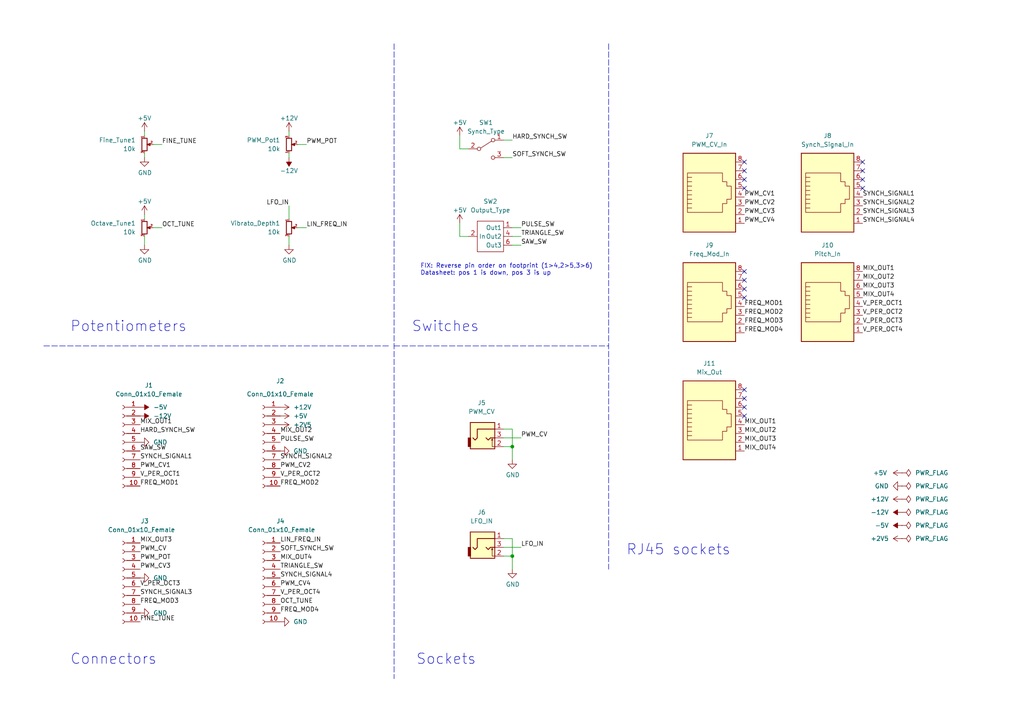
<source format=kicad_sch>
(kicad_sch (version 20211123) (generator eeschema)
  (paper "A4")
  (title_block (title "Quadraphone Controls") (rev "1.0") (company "Mountjoy Modular"))
  (lib_symbols
    (symbol "Connector:Conn_01x10_Female" (pin_names (offset 1.016) hide)
      (property "Reference" "J" (at 0 12.7 0))
      (property "Value" "Conn_01x10_Female" (at 0 -15.24 0))
      (symbol "Conn_01x10_Female_1_1"
        (arc (start 0 -12.192) (mid -0.508 -12.7) (end 0 -13.208) (stroke (width 0.1524)))
        (arc (start 0 -9.652) (mid -0.508 -10.16) (end 0 -10.668) (stroke (width 0.1524)))
        (arc (start 0 -7.112) (mid -0.508 -7.62) (end 0 -8.128) (stroke (width 0.1524)))
        (arc (start 0 -4.572) (mid -0.508 -5.08) (end 0 -5.588) (stroke (width 0.1524)))
        (arc (start 0 -2.032) (mid -0.508 -2.54) (end 0 -3.048) (stroke (width 0.1524)))
        (polyline (pts (xy -1.27 -12.7) (xy -0.508 -12.7)) (stroke (width 0.1524)))
        (polyline (pts (xy -1.27 -10.16) (xy -0.508 -10.16)) (stroke (width 0.1524)))
        (polyline (pts (xy -1.27 -7.62) (xy -0.508 -7.62)) (stroke (width 0.1524)))
        (polyline (pts (xy -1.27 -5.08) (xy -0.508 -5.08)) (stroke (width 0.1524)))
        (polyline (pts (xy -1.27 -2.54) (xy -0.508 -2.54)) (stroke (width 0.1524)))
        (polyline (pts (xy -1.27 0) (xy -0.508 0)) (stroke (width 0.1524)))
        (polyline (pts (xy -1.27 2.54) (xy -0.508 2.54)) (stroke (width 0.1524)))
        (polyline (pts (xy -1.27 5.08) (xy -0.508 5.08)) (stroke (width 0.1524)))
        (polyline (pts (xy -1.27 7.62) (xy -0.508 7.62)) (stroke (width 0.1524)))
        (polyline (pts (xy -1.27 10.16) (xy -0.508 10.16)) (stroke (width 0.1524)))
        (arc (start 0 0.508) (mid -0.508 0) (end 0 -0.508) (stroke (width 0.1524)))
        (arc (start 0 3.048) (mid -0.508 2.54) (end 0 2.032) (stroke (width 0.1524)))
        (arc (start 0 5.588) (mid -0.508 5.08) (end 0 4.572) (stroke (width 0.1524)))
        (arc (start 0 8.128) (mid -0.508 7.62) (end 0 7.112) (stroke (width 0.1524)))
        (arc (start 0 10.668) (mid -0.508 10.16) (end 0 9.652) (stroke (width 0.1524)))
        (pin passive line (at -5.08 10.16 0) (length 3.81) (name "Pin_1") (number "1"))
        (pin passive line (at -5.08 -12.7 0) (length 3.81) (name "Pin_10") (number "10"))
        (pin passive line (at -5.08 7.62 0) (length 3.81) (name "Pin_2") (number "2"))
        (pin passive line (at -5.08 5.08 0) (length 3.81) (name "Pin_3") (number "3"))
        (pin passive line (at -5.08 2.54 0) (length 3.81) (name "Pin_4") (number "4"))
        (pin passive line (at -5.08 0 0) (length 3.81) (name "Pin_5") (number "5"))
        (pin passive line (at -5.08 -2.54 0) (length 3.81) (name "Pin_6") (number "6"))
        (pin passive line (at -5.08 -5.08 0) (length 3.81) (name "Pin_7") (number "7"))
        (pin passive line (at -5.08 -7.62 0) (length 3.81) (name "Pin_8") (number "8"))
        (pin passive line (at -5.08 -10.16 0) (length 3.81) (name "Pin_9") (number "9"))
      )
    )
    (symbol "Connector:RJ45" (pin_names (offset 1.016))
      (property "Reference" "J" (at -5.08 13.97 0))
      (property "Value" "RJ45" (at 2.54 13.97 0))
      (symbol "RJ45_0_1"
        (polyline (pts (xy -5.08 4.445) (xy -6.35 4.445)))
        (polyline (pts (xy -5.08 5.715) (xy -6.35 5.715)))
        (polyline (pts (xy -6.35 -3.175) (xy -5.08 -3.175) (xy -5.08 -3.175)))
        (polyline (pts (xy -6.35 -1.905) (xy -5.08 -1.905) (xy -5.08 -1.905)))
        (polyline (pts (xy -6.35 -0.635) (xy -5.08 -0.635) (xy -5.08 -0.635)))
        (polyline (pts (xy -6.35 0.635) (xy -5.08 0.635) (xy -5.08 0.635)))
        (polyline (pts (xy -6.35 1.905) (xy -5.08 1.905) (xy -5.08 1.905)))
        (polyline (pts (xy -5.08 3.175) (xy -6.35 3.175) (xy -6.35 3.175)))
        (polyline (pts (xy -6.35 -4.445) (xy -6.35 6.985) (xy 3.81 6.985) (xy 3.81 4.445) (xy 5.08 4.445) (xy 5.08 3.175) (xy 6.35 3.175) (xy 6.35 -0.635) (xy 5.08 -0.635) (xy 5.08 -1.905) (xy 3.81 -1.905) (xy 3.81 -4.445) (xy -6.35 -4.445) (xy -6.35 -4.445)))
        (rectangle (start 7.62 12.7) (end -7.62 -10.16) (stroke (width 0.254)) (fill (type background)))
      )
      (symbol "RJ45_1_1"
        (pin passive line (at 10.16 -7.62 180) (length 2.54) (name "~") (number "1"))
        (pin passive line (at 10.16 -5.08 180) (length 2.54) (name "~") (number "2"))
        (pin passive line (at 10.16 -2.54 180) (length 2.54) (name "~") (number "3"))
        (pin passive line (at 10.16 0 180) (length 2.54) (name "~") (number "4"))
        (pin passive line (at 10.16 2.54 180) (length 2.54) (name "~") (number "5"))
        (pin passive line (at 10.16 5.08 180) (length 2.54) (name "~") (number "6"))
        (pin passive line (at 10.16 7.62 180) (length 2.54) (name "~") (number "7"))
        (pin passive line (at 10.16 10.16 180) (length 2.54) (name "~") (number "8"))
      )
    )
    (symbol "Custom_Audio:DPDT_Switch"
      (property "Reference" "U" (at 0 5.08 0))
      (property "Value" "DPDT_Switch" (at 0 -6.985 0))
      (symbol "DPDT_Switch_0_1"
        (rectangle (start -3.81 3.175) (end 3.81 -5.715))
      )
      (symbol "DPDT_Switch_1_1"
        (pin bidirectional line (at 6.35 1.27 180) (length 2.54) (name "Out1") (number "1"))
        (pin bidirectional line (at -6.35 -1.27 0) (length 2.54) (name "In") (number "2"))
        (pin bidirectional line (at -6.985 -4.445 0) (length 2.54) hide (name "Pin3") (number "3"))
        (pin bidirectional line (at 6.35 -1.27 180) (length 2.54) (name "Out2") (number "4"))
        (pin bidirectional line (at -6.985 -4.445 0) (length 2.54) hide (name "Pin5") (number "5"))
        (pin bidirectional line (at 6.35 -3.81 180) (length 2.54) (name "Out3") (number "6"))
      )
    )
    (symbol "Device:R_Potentiometer_Small" (pin_names (offset 1.016) hide)
      (property "Reference" "RV" (at -4.445 0 90))
      (property "Value" "R_Potentiometer_Small" (at -2.54 0 90))
      (symbol "R_Potentiometer_Small_0_1"
        (polyline (pts (xy 0.889 0) (xy 0.635 0) (xy 1.651 0.381) (xy 1.651 -0.381) (xy 0.635 0) (xy 0.889 0)) (fill (type outline)))
        (rectangle (start 0.762 1.8034) (end -0.762 -1.8034) (stroke (width 0.254)))
      )
      (symbol "R_Potentiometer_Small_1_1"
        (pin passive line (at 0 2.54 270) (length 0.635) (name "1") (number "1"))
        (pin passive line (at 2.54 0 180) (length 0.9906) (name "2") (number "2"))
        (pin passive line (at 0 -2.54 90) (length 0.635) (name "3") (number "3"))
      )
    )
    (symbol "Switch:SW_SPDT" (pin_names (offset 0) hide)
      (property "Reference" "SW" (at 0 4.318 0))
      (property "Value" "SW_SPDT" (at 0 -5.08 0))
      (symbol "SW_SPDT_0_0"
        (circle (center -2.032 0) (radius 0.508))
        (circle (center 2.032 -2.54) (radius 0.508))
      )
      (symbol "SW_SPDT_0_1"
        (polyline (pts (xy -1.524 0.254) (xy 1.651 2.286)))
        (circle (center 2.032 2.54) (radius 0.508))
      )
      (symbol "SW_SPDT_1_1"
        (pin passive line (at 5.08 2.54 180) (length 2.54) (name "A") (number "1"))
        (pin passive line (at -5.08 0 0) (length 2.54) (name "B") (number "2"))
        (pin passive line (at 5.08 -2.54 180) (length 2.54) (name "C") (number "3"))
      )
    )
    (symbol "power:+12V" (power) (pin_names (offset 0))
      (property "Value" "+12V" (at 0 3.556 0))
      (symbol "+12V_0_1"
        (polyline (pts (xy -0.762 1.27) (xy 0 2.54)))
        (polyline (pts (xy 0 0) (xy 0 2.54)))
        (polyline (pts (xy 0 2.54) (xy 0.762 1.27)))
      )
      (symbol "+12V_1_1"
        (pin power_in line (at 0 0 90) (length 0) hide (name "+12V") (number "1"))
      )
    )
    (symbol "power:+2V5" (power) (pin_names (offset 0))
      (property "Value" "+2V5" (at 0 3.556 0))
      (symbol "+2V5_0_1"
        (polyline (pts (xy -0.762 1.27) (xy 0 2.54)))
        (polyline (pts (xy 0 0) (xy 0 2.54)))
        (polyline (pts (xy 0 2.54) (xy 0.762 1.27)))
      )
      (symbol "+2V5_1_1"
        (pin power_in line (at 0 0 90) (length 0) hide (name "+2V5") (number "1"))
      )
    )
    (symbol "power:+5V" (power) (pin_names (offset 0))
      (property "Value" "+5V" (at 0 3.556 0))
      (symbol "+5V_0_1"
        (polyline (pts (xy -0.762 1.27) (xy 0 2.54)))
        (polyline (pts (xy 0 0) (xy 0 2.54)))
        (polyline (pts (xy 0 2.54) (xy 0.762 1.27)))
      )
      (symbol "+5V_1_1"
        (pin power_in line (at 0 0 90) (length 0) hide (name "+5V") (number "1"))
      )
    )
    (symbol "power:-12V" (power) (pin_names (offset 0))
      (property "Value" "-12V" (at 0 3.81 0))
      (symbol "-12V_0_0"
        (pin power_in line (at 0 0 90) (length 0) hide (name "-12V") (number "1"))
      )
      (symbol "-12V_0_1"
        (polyline (pts (xy 0 0) (xy 0 1.27) (xy 0.762 1.27) (xy 0 2.54) (xy -0.762 1.27) (xy 0 1.27)) (fill (type outline)))
      )
    )
    (symbol "power:-5V" (power) (pin_names (offset 0))
      (property "Value" "-5V" (at 0 3.81 0))
      (symbol "-5V_0_0"
        (pin power_in line (at 0 0 90) (length 0) hide (name "-5V") (number "1"))
      )
      (symbol "-5V_0_1"
        (polyline (pts (xy 0 0) (xy 0 1.27) (xy 0.762 1.27) (xy 0 2.54) (xy -0.762 1.27) (xy 0 1.27)) (fill (type outline)))
      )
    )
    (symbol "power:GND" (power) (pin_names (offset 0))
      (property "Value" "GND" (at 0 -3.81 0))
      (symbol "GND_0_1"
        (polyline (pts (xy 0 0) (xy 0 -1.27) (xy 1.27 -1.27) (xy 0 -2.54) (xy -1.27 -1.27) (xy 0 -1.27)))
      )
      (symbol "GND_1_1"
        (pin power_in line (at 0 0 270) (length 0) hide (name "GND") (number "1"))
      )
    )
    (symbol "power:PWR_FLAG" (power) (pin_numbers hide) (pin_names (offset 0) hide)
      (property "Value" "PWR_FLAG" (at 0 3.81 0))
      (symbol "PWR_FLAG_0_0"
        (pin power_out line (at 0 0 90) (length 0) (name "pwr") (number "1"))
      )
      (symbol "PWR_FLAG_0_1"
        (polyline (pts (xy 0 0) (xy 0 1.27) (xy -1.016 1.905) (xy 0 2.54) (xy 1.016 1.905) (xy 0 1.27)))
      )
    )
    (symbol "thonkiconn:AudioJack2_Ground_Switch" (pin_names (offset 1.016))
      (property "Reference" "J" (at 0 8.89 0))
      (property "Value" "AudioJack2_Ground_Switch" (at 0 6.35 0))
      (symbol "AudioJack2_Ground_Switch_0_1"
        (rectangle (start -4.445 -2.54) (end -5.207 0) (fill (type outline)))
        (polyline (pts (xy 1.778 -0.254) (xy 2.032 -0.762)))
        (polyline (pts (xy 0 0) (xy 0.635 -0.635) (xy 1.27 0) (xy 2.54 0)) (stroke (width 0.254)))
        (polyline (pts (xy 2.54 -2.54) (xy 1.778 -2.54) (xy 1.778 -0.254) (xy 1.524 -0.762)))
        (polyline (pts (xy 2.54 2.54) (xy -2.54 2.54) (xy -2.54 0) (xy -3.175 -0.635) (xy -3.81 0)) (stroke (width 0.254)))
        (rectangle (start 2.54 -3.175) (end -4.572 4.445) (stroke (width 0.254)) (fill (type background)))
      )
      (symbol "AudioJack2_Ground_Switch_1_1"
        (pin passive line (at 5.08 2.54 180) (length 2.54) (name "~") (number "1"))
        (pin passive line (at 5.08 -2.54 180) (length 2.54) (name "~") (number "2"))
        (pin passive line (at 5.08 0 180) (length 2.54) (name "~") (number "3"))
      )
    )
  )
  (junction (at 148.59 129.54))
  (junction (at 148.59 161.29))
  (no_connect (at 215.9 78.74))
  (no_connect (at 215.9 46.99))
  (no_connect (at 215.9 54.61))
  (no_connect (at 250.19 52.07))
  (no_connect (at 215.9 118.11))
  (no_connect (at 215.9 113.03))
  (no_connect (at 215.9 83.82))
  (no_connect (at 250.19 49.53))
  (no_connect (at 215.9 81.28))
  (no_connect (at 215.9 115.57))
  (no_connect (at 215.9 86.36))
  (no_connect (at 250.19 54.61))
  (no_connect (at 215.9 49.53))
  (no_connect (at 215.9 120.65))
  (no_connect (at 250.19 46.99))
  (no_connect (at 215.9 52.07))
  (wire (pts (xy 133.35 39.37) (xy 133.35 43.18)))
  (wire (pts (xy 41.91 71.12) (xy 41.91 68.58)))
  (wire (pts (xy 146.05 129.54) (xy 148.59 129.54)))
  (wire (pts (xy 83.82 38.1) (xy 83.82 39.37)))
  (wire (pts (xy 133.35 68.58) (xy 135.89 68.58)))
  (wire (pts (xy 146.05 124.46) (xy 148.59 124.46)))
  (wire (pts (xy 148.59 129.54) (xy 148.59 133.35)))
  (wire (pts (xy 44.45 41.91) (xy 46.99 41.91)))
  (wire (pts (xy 148.59 68.58) (xy 151.13 68.58)))
  (polyline (pts (xy 114.3 100.33) (xy 176.53 100.33)))
  (wire (pts (xy 41.91 62.23) (xy 41.91 63.5)))
  (wire (pts (xy 83.82 68.58) (xy 83.82 71.12)))
  (wire (pts (xy 146.05 45.72) (xy 148.59 45.72)))
  (wire (pts (xy 133.35 64.77) (xy 133.35 68.58)))
  (wire (pts (xy 146.05 156.21) (xy 148.59 156.21)))
  (wire (pts (xy 86.36 41.91) (xy 88.9 41.91)))
  (wire (pts (xy 83.82 44.45) (xy 83.82 45.72)))
  (wire (pts (xy 86.36 66.04) (xy 88.9 66.04)))
  (wire (pts (xy 146.05 161.29) (xy 148.59 161.29)))
  (wire (pts (xy 146.05 40.64) (xy 148.59 40.64)))
  (wire (pts (xy 146.05 127) (xy 151.13 127)))
  (wire (pts (xy 44.45 66.04) (xy 46.99 66.04)))
  (wire (pts (xy 148.59 124.46) (xy 148.59 129.54)))
  (wire (pts (xy 148.59 156.21) (xy 148.59 161.29)))
  (wire (pts (xy 146.05 158.75) (xy 151.13 158.75)))
  (wire (pts (xy 148.59 71.12) (xy 151.13 71.12)))
  (wire (pts (xy 83.82 59.69) (xy 83.82 63.5)))
  (wire (pts (xy 148.59 161.29) (xy 148.59 165.1)))
  (wire (pts (xy 41.91 45.72) (xy 41.91 44.45)))
  (polyline (pts (xy 12.7 100.33) (xy 113.03 100.33)))
  (wire (pts (xy 148.59 66.04) (xy 151.13 66.04)))
  (polyline (pts (xy 176.53 12.7) (xy 176.53 165.1)))
  (wire (pts (xy 41.91 38.1) (xy 41.91 39.37)))
  (wire (pts (xy 133.35 43.18) (xy 135.89 43.18)))
  (polyline (pts (xy 114.3 12.7) (xy 114.3 196.85)))
  (text "Connectors" (at 20.32 193.04 0) (effects (font (size 3 3)) (justify left bottom)))
  (text "FIX: Reverse pin order on footprint (1>4,2>5,3>6)\nDatasheet: pos 1 is down, pos 3 is up" (at 121.92 80.01 0) (effects (font (size 1.27 1.27)) (justify left bottom)))
  (text "Potentiometers" (at 20.32 96.52 0) (effects (font (size 3 3)) (justify left bottom)))
  (text "RJ45 sockets" (at 181.61 161.29 0) (effects (font (size 3 3)) (justify left bottom)))
  (text "Switches" (at 119.38 96.52 0) (effects (font (size 3 3)) (justify left bottom)))
  (text "Sockets" (at 120.65 193.04 0) (effects (font (size 3 3)) (justify left bottom)))
  (label "V_PER_OCT3" (at 40.64 170.18 0))
  (label "LFO_IN" (at 151.13 158.75 0))
  (label "V_PER_OCT1" (at 40.64 138.43 0))
  (label "V_PER_OCT4" (at 250.19 96.52 0))
  (label "FREQ_MOD1" (at 40.64 140.97 0))
  (label "MIX_OUT2" (at 81.28 125.73 0))
  (label "V_PER_OCT2" (at 250.19 91.44 0))
  (label "PWM_POT" (at 40.64 162.56 0))
  (label "MIX_OUT3" (at 215.9 128.27 0))
  (label "MIX_OUT3" (at 250.19 83.82 0))
  (label "V_PER_OCT1" (at 250.19 88.9 0))
  (label "LFO_IN" (at 83.82 59.69 180))
  (label "PWM_CV2" (at 81.28 135.89 0))
  (label "FREQ_MOD3" (at 215.9 93.98 0))
  (label "SYNCH_SIGNAL3" (at 250.19 62.23 0))
  (label "V_PER_OCT4" (at 81.28 172.72 0))
  (label "OCT_TUNE" (at 81.28 175.26 0))
  (label "FREQ_MOD3" (at 40.64 175.26 0))
  (label "MIX_OUT3" (at 40.64 157.48 0))
  (label "PWM_CV2" (at 215.9 59.69 0))
  (label "PULSE_SW" (at 151.13 66.04 0))
  (label "FREQ_MOD1" (at 215.9 88.9 0))
  (label "TRIANGLE_SW" (at 81.28 165.1 0))
  (label "MIX_OUT4" (at 81.28 162.56 0))
  (label "SYNCH_SIGNAL4" (at 81.28 167.64 0))
  (label "MIX_OUT1" (at 250.19 78.74 0))
  (label "PWM_CV1" (at 215.9 57.15 0))
  (label "V_PER_OCT2" (at 81.28 138.43 0))
  (label "PWM_CV4" (at 81.28 170.18 0))
  (label "HARD_SYNCH_SW" (at 40.64 125.73 0))
  (label "MIX_OUT2" (at 215.9 125.73 0))
  (label "PWM_CV" (at 151.13 127 0))
  (label "SYNCH_SIGNAL4" (at 250.19 64.77 0))
  (label "MIX_OUT1" (at 40.64 123.19 0))
  (label "FREQ_MOD2" (at 215.9 91.44 0))
  (label "FREQ_MOD4" (at 215.9 96.52 0))
  (label "SOFT_SYNCH_SW" (at 81.28 160.02 0))
  (label "SAW_SW" (at 40.64 130.81 0))
  (label "FINE_TUNE" (at 40.64 180.34 0))
  (label "MIX_OUT4" (at 250.19 86.36 0))
  (label "SYNCH_SIGNAL2" (at 81.28 133.35 0))
  (label "SYNCH_SIGNAL3" (at 40.64 172.72 0))
  (label "MIX_OUT4" (at 215.9 130.81 0))
  (label "PWM_CV" (at 40.64 160.02 0))
  (label "LIN_FREQ_IN" (at 88.9 66.04 0))
  (label "HARD_SYNCH_SW" (at 148.59 40.64 0))
  (label "PWM_CV4" (at 215.9 64.77 0))
  (label "PWM_CV3" (at 40.64 165.1 0))
  (label "PWM_POT" (at 88.9 41.91 0))
  (label "SOFT_SYNCH_SW" (at 148.59 45.72 0))
  (label "SYNCH_SIGNAL2" (at 250.19 59.69 0))
  (label "FINE_TUNE" (at 46.99 41.91 0))
  (label "V_PER_OCT3" (at 250.19 93.98 0))
  (label "TRIANGLE_SW" (at 151.13 68.58 0))
  (label "MIX_OUT1" (at 215.9 123.19 0))
  (label "PWM_CV3" (at 215.9 62.23 0))
  (label "PWM_CV1" (at 40.64 135.89 0))
  (label "OCT_TUNE" (at 46.99 66.04 0))
  (label "SAW_SW" (at 151.13 71.12 0))
  (label "LIN_FREQ_IN" (at 81.28 157.48 0))
  (label "SYNCH_SIGNAL1" (at 250.19 57.15 0))
  (label "FREQ_MOD4" (at 81.28 177.8 0))
  (label "FREQ_MOD2" (at 81.28 140.97 0))
  (label "PULSE_SW" (at 81.28 128.27 0))
  (label "SYNCH_SIGNAL1" (at 40.64 133.35 0))
  (label "MIX_OUT2" (at 250.19 81.28 0))
  (symbol (lib_id "Device:R_Potentiometer_Small") (at 41.91 66.04 0) (unit 1)
    (property "Reference" "Octave_Tune1" (at 39.37 64.7699 0) (effects (justify right)))
    (property "Value" "10k" (at 39.37 67.3099 0) (effects (justify right)))
    (property "Footprint" "Custom_Footprints:Alpha_9mm_Potentiometer_Aligned" (effects hide))
  )
  (symbol (lib_id "thonkiconn:AudioJack2_Ground_Switch") (at 140.97 127 0) (unit 1)
    (property "Reference" "J5" (at 139.7 116.84 0))
    (property "Value" "PWM_CV" (at 139.7 119.38 0))
    (property "Footprint" "Custom_Footprints:THONKICONN_hole" (effects hide))
  )
  (symbol (lib_id "power:PWR_FLAG") (at 261.62 156.21 270) (unit 1)
    (property "Reference" "#FLG0106" (effects hide))
    (property "Value" "PWR_FLAG" (at 265.43 156.2099 90) (effects (justify left)))
  )
  (symbol (lib_id "Connector:Conn_01x10_Female") (at 35.56 167.64 0) (mirror y) (unit 1)
    (property "Reference" "J3" (at 43.18 151.13 0) (effects (justify left)))
    (property "Value" "Conn_01x10_Female" (at 50.8 153.67 0) (effects (justify left)))
    (property "Footprint" "Connector_PinSocket_2.54mm:PinSocket_1x10_P2.54mm_Vertical" (effects hide))
  )
  (symbol (lib_id "Connector:RJ45") (at 205.74 88.9 0) (unit 1)
    (property "Reference" "J9" (at 205.74 71.12 0))
    (property "Value" "Freq_Mod_In" (at 205.74 73.66 0))
    (property "Footprint" "Custom_Footprints:RJ45_Molex_42878-8506" (effects hide))
  )
  (symbol (lib_id "power:PWR_FLAG") (at 261.62 140.97 270) (unit 1)
    (property "Reference" "#FLG0102" (effects hide))
    (property "Value" "PWR_FLAG" (at 265.43 140.9699 90) (effects (justify left)))
  )
  (symbol (lib_id "Device:R_Potentiometer_Small") (at 83.82 66.04 0) (unit 1)
    (property "Reference" "Vibrato_Depth1" (at 81.28 64.7699 0) (effects (justify right)))
    (property "Value" "10k" (at 81.28 67.3099 0) (effects (justify right)))
    (property "Footprint" "Custom_Footprints:Alpha_9mm_Potentiometer_Aligned" (effects hide))
  )
  (symbol (lib_id "Connector:Conn_01x10_Female") (at 76.2 128.27 0) (mirror y) (unit 1)
    (property "Reference" "J2" (at 81.28 110.49 0))
    (property "Value" "Conn_01x10_Female" (at 81.28 114.3 0))
    (property "Footprint" "Connector_PinSocket_2.54mm:PinSocket_1x10_P2.54mm_Vertical" (effects hide))
  )
  (symbol (lib_id "power:+12V") (at 83.82 38.1 0) (mirror y) (unit 1)
    (property "Reference" "#PWR017" (effects hide))
    (property "Value" "+12V" (at 83.82 34.29 0))
  )
  (symbol (lib_id "power:PWR_FLAG") (at 261.62 137.16 270) (unit 1)
    (property "Reference" "#FLG0103" (effects hide))
    (property "Value" "PWR_FLAG" (at 265.43 137.1599 90) (effects (justify left)))
  )
  (symbol (lib_id "power:GND") (at 41.91 45.72 0) (unit 1)
    (property "Reference" "#PWR010" (effects hide))
    (property "Value" "GND" (at 42.037 50.1142 0))
  )
  (symbol (lib_id "Connector:Conn_01x10_Female") (at 76.2 167.64 0) (mirror y) (unit 1)
    (property "Reference" "J4" (at 82.55 151.13 0) (effects (justify left)))
    (property "Value" "Conn_01x10_Female" (at 91.44 153.67 0) (effects (justify left)))
    (property "Footprint" "Connector_PinSocket_2.54mm:PinSocket_1x10_P2.54mm_Vertical" (effects hide))
  )
  (symbol (lib_id "power:GND") (at 148.59 165.1 0) (unit 1)
    (property "Reference" "#PWR021" (effects hide))
    (property "Value" "GND" (at 148.717 169.4942 0))
  )
  (symbol (lib_id "power:GND") (at 40.64 167.64 90) (unit 1)
    (property "Reference" "#PWR014" (effects hide))
    (property "Value" "GND" (at 44.45 167.6399 90) (effects (justify right)))
  )
  (symbol (lib_id "power:GND") (at 40.64 177.8 90) (unit 1)
    (property "Reference" "#PWR015" (effects hide))
    (property "Value" "GND" (at 44.45 177.7999 90) (effects (justify right)))
  )
  (symbol (lib_id "power:PWR_FLAG") (at 261.62 152.4 270) (unit 1)
    (property "Reference" "#FLG0105" (effects hide))
    (property "Value" "PWR_FLAG" (at 265.43 152.3999 90) (effects (justify left)))
  )
  (symbol (lib_id "power:GND") (at 40.64 128.27 90) (unit 1)
    (property "Reference" "#PWR06" (effects hide))
    (property "Value" "GND" (at 44.45 128.2699 90) (effects (justify right)))
  )
  (symbol (lib_id "power:PWR_FLAG") (at 261.62 148.59 270) (unit 1)
    (property "Reference" "#FLG0104" (effects hide))
    (property "Value" "PWR_FLAG" (at 265.43 148.5899 90) (effects (justify left)))
  )
  (symbol (lib_id "Connector:RJ45") (at 240.03 57.15 0) (unit 1)
    (property "Reference" "J8" (at 240.03 39.37 0))
    (property "Value" "Synch_Signal_In" (at 240.03 41.91 0))
    (property "Footprint" "Custom_Footprints:RJ45_Molex_42878-8506" (effects hide))
  )
  (symbol (lib_id "power:+5V") (at 133.35 64.77 0) (unit 1)
    (property "Reference" "#PWR012" (effects hide))
    (property "Value" "+5V" (at 133.35 60.96 0))
  )
  (symbol (lib_id "power:-5V") (at 40.64 118.11 270) (unit 1)
    (property "Reference" "#PWR01" (effects hide))
    (property "Value" "-5V" (at 44.45 118.1099 90) (effects (justify left)))
  )
  (symbol (lib_id "Connector:Conn_01x10_Female") (at 35.56 128.27 0) (mirror y) (unit 1)
    (property "Reference" "J1" (at 43.18 111.76 0))
    (property "Value" "Conn_01x10_Female" (at 43.18 114.3 0))
    (property "Footprint" "Connector_PinSocket_2.54mm:PinSocket_1x10_P2.54mm_Vertical" (effects hide))
  )
  (symbol (lib_id "power:+2V5") (at 261.62 156.21 90) (unit 1)
    (property "Reference" "#PWR0107" (effects hide))
    (property "Value" "+2V5" (at 257.81 156.2099 90) (effects (justify left)))
  )
  (symbol (lib_id "Device:R_Potentiometer_Small") (at 41.91 41.91 0) (unit 1)
    (property "Reference" "Fine_Tune1" (at 39.37 40.6399 0) (effects (justify right)))
    (property "Value" "10k" (at 39.37 43.1799 0) (effects (justify right)))
    (property "Footprint" "Custom_Footprints:Alpha_9mm_Potentiometer_Aligned" (effects hide))
  )
  (symbol (lib_id "power:GND") (at 41.91 71.12 0) (unit 1)
    (property "Reference" "#PWR013" (effects hide))
    (property "Value" "GND" (at 42.037 75.5142 0))
  )
  (symbol (lib_id "power:+12V") (at 261.62 144.78 90) (mirror x) (unit 1)
    (property "Reference" "#PWR0104" (effects hide))
    (property "Value" "+12V" (at 257.81 144.7799 90) (effects (justify left)))
  )
  (symbol (lib_id "power:-12V") (at 83.82 45.72 180) (unit 1)
    (property "Reference" "#PWR018" (effects hide))
    (property "Value" "-12V" (at 83.82 49.53 0))
  )
  (symbol (lib_id "power:GND") (at 83.82 71.12 0) (unit 1)
    (property "Reference" "#PWR019" (effects hide))
    (property "Value" "GND" (at 83.947 75.5142 0))
  )
  (symbol (lib_id "power:+5V") (at 41.91 62.23 0) (unit 1)
    (property "Reference" "#PWR011" (effects hide))
    (property "Value" "+5V" (at 41.91 58.42 0))
  )
  (symbol (lib_id "power:GND") (at 81.28 130.81 90) (unit 1)
    (property "Reference" "#PWR09" (effects hide))
    (property "Value" "GND" (at 85.09 130.8099 90) (effects (justify right)))
  )
  (symbol (lib_id "Connector:RJ45") (at 205.74 123.19 0) (unit 1)
    (property "Reference" "J11" (at 205.74 105.41 0))
    (property "Value" "Mix_Out" (at 205.74 107.95 0))
    (property "Footprint" "Custom_Footprints:RJ45_Molex_42878-8506" (effects hide))
  )
  (symbol (lib_id "power:+5V") (at 41.91 38.1 0) (unit 1)
    (property "Reference" "#PWR0101" (effects hide))
    (property "Value" "+5V" (at 41.91 34.29 0))
  )
  (symbol (lib_id "power:-5V") (at 261.62 152.4 90) (unit 1)
    (property "Reference" "#PWR0105" (effects hide))
    (property "Value" "-5V" (at 257.81 152.4001 90) (effects (justify left)))
  )
  (symbol (lib_id "power:GND") (at 81.28 180.34 90) (unit 1)
    (property "Reference" "#PWR016" (effects hide))
    (property "Value" "GND" (at 85.09 180.3399 90) (effects (justify right)))
  )
  (symbol (lib_id "Custom_Audio:DPDT_Switch") (at 142.24 67.31 0) (unit 1)
    (property "Reference" "SW2" (at 142.24 58.42 0))
    (property "Value" "Output_Type" (at 142.24 60.96 0))
    (property "Footprint" "Custom_Footprints:SW_100DP3T1B1M2QEH" (effects hide))
  )
  (symbol (lib_id "power:+2V5") (at 81.28 123.19 270) (unit 1)
    (property "Reference" "#PWR05" (effects hide))
    (property "Value" "+2V5" (at 85.09 123.1899 90) (effects (justify left)))
  )
  (symbol (lib_id "power:+5V") (at 261.62 137.16 90) (unit 1)
    (property "Reference" "#PWR0103" (effects hide))
    (property "Value" "+5V" (at 255.27 137.16 90))
  )
  (symbol (lib_id "Connector:RJ45") (at 205.74 57.15 0) (unit 1)
    (property "Reference" "J7" (at 205.74 39.37 0))
    (property "Value" "PWM_CV_In" (at 205.74 41.91 0))
    (property "Footprint" "Custom_Footprints:RJ45_Molex_42878-8506" (effects hide))
  )
  (symbol (lib_id "power:+12V") (at 81.28 118.11 270) (mirror x) (unit 1)
    (property "Reference" "#PWR02" (effects hide))
    (property "Value" "+12V" (at 85.09 118.1099 90) (effects (justify left)))
  )
  (symbol (lib_id "power:PWR_FLAG") (at 261.62 144.78 270) (unit 1)
    (property "Reference" "#FLG0101" (effects hide))
    (property "Value" "PWR_FLAG" (at 265.43 144.7799 90) (effects (justify left)))
  )
  (symbol (lib_id "thonkiconn:AudioJack2_Ground_Switch") (at 140.97 158.75 0) (unit 1)
    (property "Reference" "J6" (at 139.7 148.59 0))
    (property "Value" "LFO_IN" (at 139.7 151.13 0))
    (property "Footprint" "Custom_Footprints:THONKICONN_hole" (effects hide))
  )
  (symbol (lib_id "power:GND") (at 261.62 140.97 270) (unit 1)
    (property "Reference" "#PWR0102" (effects hide))
    (property "Value" "GND" (at 257.81 140.9699 90) (effects (justify right)))
  )
  (symbol (lib_id "power:-12V") (at 40.64 120.65 270) (unit 1)
    (property "Reference" "#PWR03" (effects hide))
    (property "Value" "-12V" (at 44.45 120.6499 90) (effects (justify left)))
  )
  (symbol (lib_id "Switch:SW_SPDT") (at 140.97 43.18 0) (unit 1)
    (property "Reference" "SW1" (at 140.97 35.56 0))
    (property "Value" "Synch_Type" (at 140.97 38.1 0))
    (property "Footprint" "Custom_Footprints:SPDTSubMiniature" (effects hide))
  )
  (symbol (lib_id "Device:R_Potentiometer_Small") (at 83.82 41.91 0) (mirror x) (unit 1)
    (property "Reference" "PWM_Pot1" (at 81.28 40.6399 0) (effects (justify right)))
    (property "Value" "10k" (at 81.28 43.1799 0) (effects (justify right)))
    (property "Footprint" "Custom_Footprints:Alpha_9mm_Potentiometer_Aligned" (effects hide))
  )
  (symbol (lib_id "power:-12V") (at 261.62 148.59 90) (unit 1)
    (property "Reference" "#PWR0106" (effects hide))
    (property "Value" "-12V" (at 257.81 148.5901 90) (effects (justify left)))
  )
  (symbol (lib_id "power:+5V") (at 133.35 39.37 0) (unit 1)
    (property "Reference" "#PWR08" (effects hide))
    (property "Value" "+5V" (at 133.35 35.56 0))
  )
  (symbol (lib_id "power:GND") (at 148.59 133.35 0) (unit 1)
    (property "Reference" "#PWR020" (effects hide))
    (property "Value" "GND" (at 148.717 137.7442 0))
  )
  (symbol (lib_id "power:+5V") (at 81.28 120.65 270) (unit 1)
    (property "Reference" "#PWR04" (effects hide))
    (property "Value" "+5V" (at 85.09 120.6499 90) (effects (justify left)))
  )
  (symbol (lib_id "Connector:RJ45") (at 240.03 88.9 0) (unit 1)
    (property "Reference" "J10" (at 240.03 71.12 0))
    (property "Value" "Pitch_In" (at 240.03 73.66 0))
    (property "Footprint" "Custom_Footprints:RJ45_Molex_42878-8506" (effects hide))
  )
)
</source>
